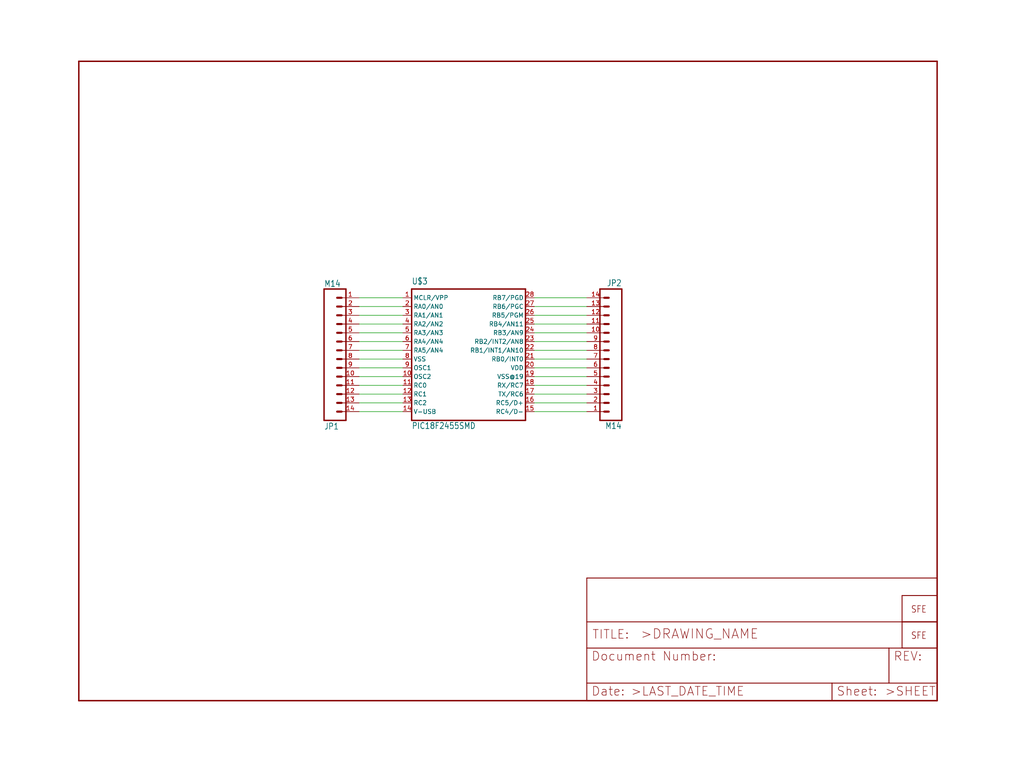
<source format=kicad_sch>
(kicad_sch (version 20211123) (generator eeschema)
  (paper "User" 297.002 223.926)
  (lib_symbols
    (symbol "schematicEagle-eagle-import:FRAME-LETTER"
      (symbol "FRAME-LETTER_1_0"
        (polyline (pts (xy 0 0) (xy 248.92 0)) (stroke (width 0.4064)))
        (polyline (pts (xy 0 185.42) (xy 0 0)) (stroke (width 0.4064)))
        (polyline (pts (xy 0 185.42) (xy 248.92 185.42)) (stroke (width 0.4064)))
        (polyline (pts (xy 248.92 185.42) (xy 248.92 0)) (stroke (width 0.4064)))
      )
      (symbol "FRAME-LETTER_2_0"
        (polyline (pts (xy 0 0) (xy 0 5.08)) (stroke (width 0.254)))
        (polyline (pts (xy 0 0) (xy 71.12 0)) (stroke (width 0.254)))
        (polyline (pts (xy 0 5.08) (xy 0 15.24)) (stroke (width 0.254)))
        (polyline (pts (xy 0 5.08) (xy 71.12 5.08)) (stroke (width 0.254)))
        (polyline (pts (xy 0 15.24) (xy 0 22.86)) (stroke (width 0.254)))
        (polyline (pts (xy 0 22.86) (xy 0 35.56)) (stroke (width 0.254)))
        (polyline (pts (xy 0 22.86) (xy 101.6 22.86)) (stroke (width 0.254)))
        (polyline (pts (xy 71.12 0) (xy 101.6 0)) (stroke (width 0.254)))
        (polyline (pts (xy 71.12 5.08) (xy 71.12 0)) (stroke (width 0.254)))
        (polyline (pts (xy 71.12 5.08) (xy 87.63 5.08)) (stroke (width 0.254)))
        (polyline (pts (xy 87.63 5.08) (xy 101.6 5.08)) (stroke (width 0.254)))
        (polyline (pts (xy 87.63 15.24) (xy 0 15.24)) (stroke (width 0.254)))
        (polyline (pts (xy 87.63 15.24) (xy 87.63 5.08)) (stroke (width 0.254)))
        (polyline (pts (xy 101.6 5.08) (xy 101.6 0)) (stroke (width 0.254)))
        (polyline (pts (xy 101.6 15.24) (xy 87.63 15.24)) (stroke (width 0.254)))
        (polyline (pts (xy 101.6 15.24) (xy 101.6 5.08)) (stroke (width 0.254)))
        (polyline (pts (xy 101.6 22.86) (xy 101.6 15.24)) (stroke (width 0.254)))
        (polyline (pts (xy 101.6 35.56) (xy 0 35.56)) (stroke (width 0.254)))
        (polyline (pts (xy 101.6 35.56) (xy 101.6 22.86)) (stroke (width 0.254)))
        (text ">DRAWING_NAME" (at 15.494 17.78 0) (effects (font (size 2.7432 2.7432)) (justify left bottom)))
        (text ">LAST_DATE_TIME" (at 12.7 1.27 0) (effects (font (size 2.54 2.54)) (justify left bottom)))
        (text ">SHEET" (at 86.36 1.27 0) (effects (font (size 2.54 2.54)) (justify left bottom)))
        (text "Date:" (at 1.27 1.27 0) (effects (font (size 2.54 2.54)) (justify left bottom)))
        (text "Document Number:" (at 1.27 11.43 0) (effects (font (size 2.54 2.54)) (justify left bottom)))
        (text "REV:" (at 88.9 11.43 0) (effects (font (size 2.54 2.54)) (justify left bottom)))
        (text "Sheet:" (at 72.39 1.27 0) (effects (font (size 2.54 2.54)) (justify left bottom)))
        (text "TITLE:" (at 1.524 17.78 0) (effects (font (size 2.54 2.54)) (justify left bottom)))
      )
    )
    (symbol "schematicEagle-eagle-import:LOGO-SFENEW"
      (symbol "LOGO-SFENEW_1_0"
        (polyline (pts (xy -2.54 -2.54) (xy 7.62 -2.54)) (stroke (width 0.254)))
        (polyline (pts (xy -2.54 5.08) (xy -2.54 -2.54)) (stroke (width 0.254)))
        (polyline (pts (xy 7.62 -2.54) (xy 7.62 5.08)) (stroke (width 0.254)))
        (polyline (pts (xy 7.62 5.08) (xy -2.54 5.08)) (stroke (width 0.254)))
        (text "SFE" (at 0 0 0) (effects (font (size 1.9304 1.6408)) (justify left bottom)))
      )
    )
    (symbol "schematicEagle-eagle-import:LOGO-SFESK"
      (symbol "LOGO-SFESK_1_0"
        (polyline (pts (xy -2.54 -2.54) (xy 7.62 -2.54)) (stroke (width 0.254)))
        (polyline (pts (xy -2.54 5.08) (xy -2.54 -2.54)) (stroke (width 0.254)))
        (polyline (pts (xy 7.62 -2.54) (xy 7.62 5.08)) (stroke (width 0.254)))
        (polyline (pts (xy 7.62 5.08) (xy -2.54 5.08)) (stroke (width 0.254)))
        (text "SFE" (at 0 0 0) (effects (font (size 1.9304 1.6408)) (justify left bottom)))
      )
    )
    (symbol "schematicEagle-eagle-import:M14"
      (property "Reference" "JP" (at 0 18.542 0))
      (property "Value" "M14" (at 0 -22.86 0))
      (symbol "M14_1_0"
        (polyline (pts (xy 0 17.78) (xy 0 -20.32)) (stroke (width 0.4064)))
        (polyline (pts (xy 0 17.78) (xy 6.35 17.78)) (stroke (width 0.4064)))
        (polyline (pts (xy 3.81 -17.78) (xy 5.08 -17.78)) (stroke (width 0.6096)))
        (polyline (pts (xy 3.81 -15.24) (xy 5.08 -15.24)) (stroke (width 0.6096)))
        (polyline (pts (xy 3.81 -12.7) (xy 5.08 -12.7)) (stroke (width 0.6096)))
        (polyline (pts (xy 3.81 -10.16) (xy 5.08 -10.16)) (stroke (width 0.6096)))
        (polyline (pts (xy 3.81 -7.62) (xy 5.08 -7.62)) (stroke (width 0.6096)))
        (polyline (pts (xy 3.81 -5.08) (xy 5.08 -5.08)) (stroke (width 0.6096)))
        (polyline (pts (xy 3.81 -2.54) (xy 5.08 -2.54)) (stroke (width 0.6096)))
        (polyline (pts (xy 3.81 0) (xy 5.08 0)) (stroke (width 0.6096)))
        (polyline (pts (xy 3.81 2.54) (xy 5.08 2.54)) (stroke (width 0.6096)))
        (polyline (pts (xy 3.81 5.08) (xy 5.08 5.08)) (stroke (width 0.6096)))
        (polyline (pts (xy 3.81 7.62) (xy 5.08 7.62)) (stroke (width 0.6096)))
        (polyline (pts (xy 3.81 10.16) (xy 5.08 10.16)) (stroke (width 0.6096)))
        (polyline (pts (xy 3.81 12.7) (xy 5.08 12.7)) (stroke (width 0.6096)))
        (polyline (pts (xy 3.81 15.24) (xy 5.08 15.24)) (stroke (width 0.6096)))
        (polyline (pts (xy 6.35 -20.32) (xy 0 -20.32)) (stroke (width 0.4064)))
        (polyline (pts (xy 6.35 -20.32) (xy 6.35 17.78)) (stroke (width 0.4064)))
        (pin passive line (at 10.16 -17.78 180) (length 5.08) (name "1") (number "1"))
        (pin passive line (at 10.16 5.08 180) (length 5.08) (name "10") (number "10"))
        (pin passive line (at 10.16 7.62 180) (length 5.08) (name "11") (number "11"))
        (pin passive line (at 10.16 10.16 180) (length 5.08) (name "12") (number "12"))
        (pin passive line (at 10.16 12.7 180) (length 5.08) (name "13") (number "13"))
        (pin passive line (at 10.16 15.24 180) (length 5.08) (name "14") (number "14"))
        (pin passive line (at 10.16 -15.24 180) (length 5.08) (name "2") (number "2"))
        (pin passive line (at 10.16 -12.7 180) (length 5.08) (name "3") (number "3"))
        (pin passive line (at 10.16 -10.16 180) (length 5.08) (name "4") (number "4"))
        (pin passive line (at 10.16 -7.62 180) (length 5.08) (name "5") (number "5"))
        (pin passive line (at 10.16 -5.08 180) (length 5.08) (name "6") (number "6"))
        (pin passive line (at 10.16 -2.54 180) (length 5.08) (name "7") (number "7"))
        (pin passive line (at 10.16 0 180) (length 5.08) (name "8") (number "8"))
        (pin passive line (at 10.16 2.54 180) (length 5.08) (name "9") (number "9"))
      )
    )
    (symbol "schematicEagle-eagle-import:PIC18F2455SMD"
      (property "Value" "PIC18F2455SMD" (at -17.78 -20.32 0))
      (symbol "PIC18F2455SMD_1_0"
        (polyline (pts (xy -17.78 -17.78) (xy -17.78 20.32)) (stroke (width 0.4064)))
        (polyline (pts (xy -17.78 20.32) (xy 15.24 20.32)) (stroke (width 0.4064)))
        (polyline (pts (xy 15.24 -17.78) (xy -17.78 -17.78)) (stroke (width 0.4064)))
        (polyline (pts (xy 15.24 20.32) (xy 15.24 -17.78)) (stroke (width 0.4064)))
        (pin bidirectional line (at -20.32 17.78 0) (length 2.54) (name "MCLR/VPP") (number "1"))
        (pin bidirectional line (at -20.32 -5.08 0) (length 2.54) (name "OSC2") (number "10"))
        (pin bidirectional line (at -20.32 -7.62 0) (length 2.54) (name "RC0") (number "11"))
        (pin bidirectional line (at -20.32 -10.16 0) (length 2.54) (name "RC1") (number "12"))
        (pin bidirectional line (at -20.32 -12.7 0) (length 2.54) (name "RC2") (number "13"))
        (pin bidirectional line (at -20.32 -15.24 0) (length 2.54) (name "V-USB") (number "14"))
        (pin bidirectional line (at 17.78 -15.24 180) (length 2.54) (name "RC4/D-") (number "15"))
        (pin bidirectional line (at 17.78 -12.7 180) (length 2.54) (name "RC5/D+") (number "16"))
        (pin bidirectional line (at 17.78 -10.16 180) (length 2.54) (name "TX/RC6") (number "17"))
        (pin input line (at 17.78 -7.62 180) (length 2.54) (name "RX/RC7") (number "18"))
        (pin power_in line (at 17.78 -5.08 180) (length 2.54) (name "VSS@19") (number "19"))
        (pin bidirectional line (at -20.32 15.24 0) (length 2.54) (name "RA0/AN0") (number "2"))
        (pin power_in line (at 17.78 -2.54 180) (length 2.54) (name "VDD") (number "20"))
        (pin bidirectional line (at 17.78 0 180) (length 2.54) (name "RB0/INT0") (number "21"))
        (pin bidirectional line (at 17.78 2.54 180) (length 2.54) (name "RB1/INT1/AN10") (number "22"))
        (pin bidirectional line (at 17.78 5.08 180) (length 2.54) (name "RB2/INT2/AN8") (number "23"))
        (pin bidirectional line (at 17.78 7.62 180) (length 2.54) (name "RB3/AN9") (number "24"))
        (pin bidirectional line (at 17.78 10.16 180) (length 2.54) (name "RB4/AN11") (number "25"))
        (pin bidirectional line (at 17.78 12.7 180) (length 2.54) (name "RB5/PGM") (number "26"))
        (pin bidirectional line (at 17.78 15.24 180) (length 2.54) (name "RB6/PGC") (number "27"))
        (pin bidirectional line (at 17.78 17.78 180) (length 2.54) (name "RB7/PGD") (number "28"))
        (pin bidirectional line (at -20.32 12.7 0) (length 2.54) (name "RA1/AN1") (number "3"))
        (pin bidirectional line (at -20.32 10.16 0) (length 2.54) (name "RA2/AN2") (number "4"))
        (pin bidirectional line (at -20.32 7.62 0) (length 2.54) (name "RA3/AN3") (number "5"))
        (pin bidirectional line (at -20.32 5.08 0) (length 2.54) (name "RA4/AN4") (number "6"))
        (pin bidirectional line (at -20.32 2.54 0) (length 2.54) (name "RA5/AN4") (number "7"))
        (pin power_in line (at -20.32 0 0) (length 2.54) (name "VSS") (number "8"))
        (pin bidirectional line (at -20.32 -2.54 0) (length 2.54) (name "OSC1") (number "9"))
      )
    )
  )
  (wire (pts (xy 104.14 116.84) (xy 116.84 116.84)))
  (wire (pts (xy 170.18 104.14) (xy 154.94 104.14)))
  (wire (pts (xy 104.14 88.9) (xy 116.84 88.9)))
  (wire (pts (xy 170.18 101.6) (xy 154.94 101.6)))
  (wire (pts (xy 170.18 86.36) (xy 154.94 86.36)))
  (wire (pts (xy 170.18 99.06) (xy 154.94 99.06)))
  (wire (pts (xy 104.14 109.22) (xy 116.84 109.22)))
  (wire (pts (xy 170.18 93.98) (xy 154.94 93.98)))
  (wire (pts (xy 104.14 111.76) (xy 116.84 111.76)))
  (wire (pts (xy 170.18 116.84) (xy 154.94 116.84)))
  (wire (pts (xy 170.18 106.68) (xy 154.94 106.68)))
  (wire (pts (xy 170.18 88.9) (xy 154.94 88.9)))
  (wire (pts (xy 104.14 119.38) (xy 116.84 119.38)))
  (wire (pts (xy 104.14 91.44) (xy 116.84 91.44)))
  (wire (pts (xy 170.18 96.52) (xy 154.94 96.52)))
  (wire (pts (xy 170.18 91.44) (xy 154.94 91.44)))
  (wire (pts (xy 170.18 109.22) (xy 154.94 109.22)))
  (wire (pts (xy 104.14 86.36) (xy 116.84 86.36)))
  (wire (pts (xy 170.18 114.3) (xy 154.94 114.3)))
  (wire (pts (xy 170.18 119.38) (xy 154.94 119.38)))
  (wire (pts (xy 104.14 106.68) (xy 116.84 106.68)))
  (wire (pts (xy 104.14 114.3) (xy 116.84 114.3)))
  (wire (pts (xy 104.14 93.98) (xy 116.84 93.98)))
  (wire (pts (xy 104.14 104.14) (xy 116.84 104.14)))
  (wire (pts (xy 104.14 99.06) (xy 116.84 99.06)))
  (wire (pts (xy 170.18 111.76) (xy 154.94 111.76)))
  (wire (pts (xy 104.14 96.52) (xy 116.84 96.52)))
  (wire (pts (xy 104.14 101.6) (xy 116.84 101.6)))
  (symbol (lib_id "schematicEagle-eagle-import:M14") (at 180.34 101.6 0) (mirror y) (unit 1)
    (property "Reference" "JP2" (at 180.34 83.058 0) (effects (font (size 1.778 1.5113)) (justify left bottom)))
    (property "Value" "M14" (at 180.34 124.46 0) (effects (font (size 1.778 1.5113)) (justify left bottom)))
    (property "Footprint" "schematicEagle:1X14" (effects hide))
  )
  (symbol (lib_id "schematicEagle-eagle-import:LOGO-SFENEW") (at 264.16 177.8 0) (unit 1)
    (property "Reference" "U$2" (effects hide))
    (property "Value" "LOGO-SFENEW" (effects hide))
    (property "Footprint" "schematicEagle:SFE-NEW-WEBLOGO" (effects hide))
  )
  (symbol (lib_id "schematicEagle-eagle-import:PIC18F2455SMD") (at 137.16 104.14 0) (unit 1)
    (property "Reference" "U$3" (at 119.38 82.55 0) (effects (font (size 1.778 1.5113)) (justify left bottom)))
    (property "Value" "PIC18F2455SMD" (at 119.38 124.46 0) (effects (font (size 1.778 1.5113)) (justify left bottom)))
    (property "Footprint" "schematicEagle:SO-28W" (effects hide))
  )
  (symbol (lib_id "schematicEagle-eagle-import:M14") (at 93.98 104.14 0) (mirror x) (unit 1)
    (property "Reference" "JP1" (at 93.98 122.682 0) (effects (font (size 1.778 1.5113)) (justify left bottom)))
    (property "Value" "M14" (at 93.98 81.28 0) (effects (font (size 1.778 1.5113)) (justify left bottom)))
    (property "Footprint" "schematicEagle:1X14" (effects hide))
  )
  (symbol (lib_id "schematicEagle-eagle-import:FRAME-LETTER") (at 170.18 203.2 0) (unit 2)
    (property "Reference" "#FRAME1" (effects hide))
    (property "Value" "FRAME-LETTER" (effects hide))
    (property "Footprint" "schematicEagle:" (effects hide))
  )
  (symbol (lib_id "schematicEagle-eagle-import:LOGO-SFESK") (at 264.16 185.42 0) (unit 1)
    (property "Reference" "U$1" (effects hide))
    (property "Value" "LOGO-SFESK" (effects hide))
    (property "Footprint" "schematicEagle:SFE-LOGO-FLAME" (effects hide))
  )
  (symbol (lib_id "schematicEagle-eagle-import:FRAME-LETTER") (at 22.86 203.2 0) (unit 1)
    (property "Reference" "#FRAME1" (effects hide))
    (property "Value" "FRAME-LETTER" (effects hide))
    (property "Footprint" "schematicEagle:" (effects hide))
  )
)
</source>
